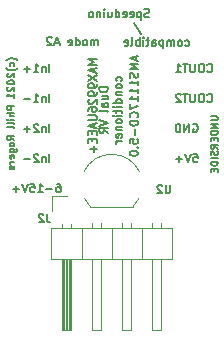
<source format=gbo>
G04 #@! TF.GenerationSoftware,KiCad,Pcbnew,(5.1.6-0-10_14)*
G04 #@! TF.CreationDate,2021-08-16T11:45:39+01:00*
G04 #@! TF.ProjectId,VR-Conditioner-MAX9926+reg,56522d43-6f6e-4646-9974-696f6e65722d,3.7*
G04 #@! TF.SameCoordinates,PX68c4118PY713e7a8*
G04 #@! TF.FileFunction,Legend,Bot*
G04 #@! TF.FilePolarity,Positive*
%FSLAX46Y46*%
G04 Gerber Fmt 4.6, Leading zero omitted, Abs format (unit mm)*
G04 Created by KiCad (PCBNEW (5.1.6-0-10_14)) date 2021-08-16 11:45:39*
%MOMM*%
%LPD*%
G01*
G04 APERTURE LIST*
%ADD10C,0.150000*%
%ADD11C,0.120000*%
G04 APERTURE END LIST*
D10*
X11516230Y18467286D02*
X11516230Y18933952D01*
X11516230Y18867286D02*
X11482897Y18900619D01*
X11416230Y18933952D01*
X11316230Y18933952D01*
X11249563Y18900619D01*
X11216230Y18833952D01*
X11216230Y18467286D01*
X11216230Y18833952D02*
X11182897Y18900619D01*
X11116230Y18933952D01*
X11016230Y18933952D01*
X10949563Y18900619D01*
X10916230Y18833952D01*
X10916230Y18467286D01*
X10482897Y18467286D02*
X10549563Y18500619D01*
X10582897Y18533952D01*
X10616230Y18600619D01*
X10616230Y18800619D01*
X10582897Y18867286D01*
X10549563Y18900619D01*
X10482897Y18933952D01*
X10382897Y18933952D01*
X10316230Y18900619D01*
X10282897Y18867286D01*
X10249563Y18800619D01*
X10249563Y18600619D01*
X10282897Y18533952D01*
X10316230Y18500619D01*
X10382897Y18467286D01*
X10482897Y18467286D01*
X9649563Y18467286D02*
X9649563Y19167286D01*
X9649563Y18500619D02*
X9716230Y18467286D01*
X9849563Y18467286D01*
X9916230Y18500619D01*
X9949563Y18533952D01*
X9982897Y18600619D01*
X9982897Y18800619D01*
X9949563Y18867286D01*
X9916230Y18900619D01*
X9849563Y18933952D01*
X9716230Y18933952D01*
X9649563Y18900619D01*
X9049563Y18500619D02*
X9116230Y18467286D01*
X9249563Y18467286D01*
X9316230Y18500619D01*
X9349563Y18567286D01*
X9349563Y18833952D01*
X9316230Y18900619D01*
X9249563Y18933952D01*
X9116230Y18933952D01*
X9049563Y18900619D01*
X9016230Y18833952D01*
X9016230Y18767286D01*
X9349563Y18700619D01*
X8216230Y18667286D02*
X7882897Y18667286D01*
X8282897Y18467286D02*
X8049563Y19167286D01*
X7816230Y18467286D01*
X7616230Y19100619D02*
X7582897Y19133952D01*
X7516230Y19167286D01*
X7349563Y19167286D01*
X7282897Y19133952D01*
X7249563Y19100619D01*
X7216230Y19033952D01*
X7216230Y18967286D01*
X7249563Y18867286D01*
X7649563Y18467286D01*
X7216230Y18467286D01*
X15860000Y20866667D02*
X15760000Y20833334D01*
X15593333Y20833334D01*
X15526666Y20866667D01*
X15493333Y20900000D01*
X15460000Y20966667D01*
X15460000Y21033334D01*
X15493333Y21100000D01*
X15526666Y21133334D01*
X15593333Y21166667D01*
X15726666Y21200000D01*
X15793333Y21233334D01*
X15826666Y21266667D01*
X15860000Y21333334D01*
X15860000Y21400000D01*
X15826666Y21466667D01*
X15793333Y21500000D01*
X15726666Y21533334D01*
X15560000Y21533334D01*
X15460000Y21500000D01*
X15160000Y21300000D02*
X15160000Y20600000D01*
X15160000Y21266667D02*
X15093333Y21300000D01*
X14960000Y21300000D01*
X14893333Y21266667D01*
X14860000Y21233334D01*
X14826666Y21166667D01*
X14826666Y20966667D01*
X14860000Y20900000D01*
X14893333Y20866667D01*
X14960000Y20833334D01*
X15093333Y20833334D01*
X15160000Y20866667D01*
X14260000Y20866667D02*
X14326666Y20833334D01*
X14460000Y20833334D01*
X14526666Y20866667D01*
X14560000Y20933334D01*
X14560000Y21200000D01*
X14526666Y21266667D01*
X14460000Y21300000D01*
X14326666Y21300000D01*
X14260000Y21266667D01*
X14226666Y21200000D01*
X14226666Y21133334D01*
X14560000Y21066667D01*
X13660000Y20866667D02*
X13726666Y20833334D01*
X13860000Y20833334D01*
X13926666Y20866667D01*
X13960000Y20933334D01*
X13960000Y21200000D01*
X13926666Y21266667D01*
X13860000Y21300000D01*
X13726666Y21300000D01*
X13660000Y21266667D01*
X13626666Y21200000D01*
X13626666Y21133334D01*
X13960000Y21066667D01*
X13026666Y20833334D02*
X13026666Y21533334D01*
X13026666Y20866667D02*
X13093333Y20833334D01*
X13226666Y20833334D01*
X13293333Y20866667D01*
X13326666Y20900000D01*
X13360000Y20966667D01*
X13360000Y21166667D01*
X13326666Y21233334D01*
X13293333Y21266667D01*
X13226666Y21300000D01*
X13093333Y21300000D01*
X13026666Y21266667D01*
X12393333Y21300000D02*
X12393333Y20833334D01*
X12693333Y21300000D02*
X12693333Y20933334D01*
X12660000Y20866667D01*
X12593333Y20833334D01*
X12493333Y20833334D01*
X12426666Y20866667D01*
X12393333Y20900000D01*
X12060000Y20833334D02*
X12060000Y21300000D01*
X12060000Y21533334D02*
X12093333Y21500000D01*
X12060000Y21466667D01*
X12026666Y21500000D01*
X12060000Y21533334D01*
X12060000Y21466667D01*
X11726666Y21300000D02*
X11726666Y20833334D01*
X11726666Y21233334D02*
X11693333Y21266667D01*
X11626666Y21300000D01*
X11526666Y21300000D01*
X11460000Y21266667D01*
X11426666Y21200000D01*
X11426666Y20833334D01*
X10993333Y20833334D02*
X11060000Y20866667D01*
X11093333Y20900000D01*
X11126666Y20966667D01*
X11126666Y21166667D01*
X11093333Y21233334D01*
X11060000Y21266667D01*
X10993333Y21300000D01*
X10893333Y21300000D01*
X10826666Y21266667D01*
X10793333Y21233334D01*
X10760000Y21166667D01*
X10760000Y20966667D01*
X10793333Y20900000D01*
X10826666Y20866667D01*
X10893333Y20833334D01*
X10993333Y20833334D01*
X14610000Y20366667D02*
X15210000Y19466667D01*
X18926666Y18466667D02*
X18993333Y18433334D01*
X19126666Y18433334D01*
X19193333Y18466667D01*
X19226666Y18500000D01*
X19260000Y18566667D01*
X19260000Y18766667D01*
X19226666Y18833334D01*
X19193333Y18866667D01*
X19126666Y18900000D01*
X18993333Y18900000D01*
X18926666Y18866667D01*
X18526666Y18433334D02*
X18593333Y18466667D01*
X18626666Y18500000D01*
X18660000Y18566667D01*
X18660000Y18766667D01*
X18626666Y18833334D01*
X18593333Y18866667D01*
X18526666Y18900000D01*
X18426666Y18900000D01*
X18360000Y18866667D01*
X18326666Y18833334D01*
X18293333Y18766667D01*
X18293333Y18566667D01*
X18326666Y18500000D01*
X18360000Y18466667D01*
X18426666Y18433334D01*
X18526666Y18433334D01*
X17993333Y18433334D02*
X17993333Y18900000D01*
X17993333Y18833334D02*
X17960000Y18866667D01*
X17893333Y18900000D01*
X17793333Y18900000D01*
X17726666Y18866667D01*
X17693333Y18800000D01*
X17693333Y18433334D01*
X17693333Y18800000D02*
X17660000Y18866667D01*
X17593333Y18900000D01*
X17493333Y18900000D01*
X17426666Y18866667D01*
X17393333Y18800000D01*
X17393333Y18433334D01*
X17060000Y18900000D02*
X17060000Y18200000D01*
X17060000Y18866667D02*
X16993333Y18900000D01*
X16860000Y18900000D01*
X16793333Y18866667D01*
X16760000Y18833334D01*
X16726666Y18766667D01*
X16726666Y18566667D01*
X16760000Y18500000D01*
X16793333Y18466667D01*
X16860000Y18433334D01*
X16993333Y18433334D01*
X17060000Y18466667D01*
X16126666Y18433334D02*
X16126666Y18800000D01*
X16160000Y18866667D01*
X16226666Y18900000D01*
X16360000Y18900000D01*
X16426666Y18866667D01*
X16126666Y18466667D02*
X16193333Y18433334D01*
X16360000Y18433334D01*
X16426666Y18466667D01*
X16460000Y18533334D01*
X16460000Y18600000D01*
X16426666Y18666667D01*
X16360000Y18700000D01*
X16193333Y18700000D01*
X16126666Y18733334D01*
X15893333Y18900000D02*
X15626666Y18900000D01*
X15793333Y19133334D02*
X15793333Y18533334D01*
X15760000Y18466667D01*
X15693333Y18433334D01*
X15626666Y18433334D01*
X15393333Y18433334D02*
X15393333Y18900000D01*
X15393333Y19133334D02*
X15426666Y19100000D01*
X15393333Y19066667D01*
X15360000Y19100000D01*
X15393333Y19133334D01*
X15393333Y19066667D01*
X15060000Y18433334D02*
X15060000Y19133334D01*
X15060000Y18866667D02*
X14993333Y18900000D01*
X14860000Y18900000D01*
X14793333Y18866667D01*
X14760000Y18833334D01*
X14726666Y18766667D01*
X14726666Y18566667D01*
X14760000Y18500000D01*
X14793333Y18466667D01*
X14860000Y18433334D01*
X14993333Y18433334D01*
X15060000Y18466667D01*
X14326666Y18433334D02*
X14393333Y18466667D01*
X14426666Y18533334D01*
X14426666Y19133334D01*
X13793333Y18466667D02*
X13860000Y18433334D01*
X13993333Y18433334D01*
X14060000Y18466667D01*
X14093333Y18533334D01*
X14093333Y18800000D01*
X14060000Y18866667D01*
X13993333Y18900000D01*
X13860000Y18900000D01*
X13793333Y18866667D01*
X13760000Y18800000D01*
X13760000Y18733334D01*
X14093333Y18666667D01*
X21069776Y12466557D02*
X21555490Y12466557D01*
X21612633Y12437986D01*
X21641205Y12409414D01*
X21669776Y12352272D01*
X21669776Y12237986D01*
X21641205Y12180843D01*
X21612633Y12152272D01*
X21555490Y12123700D01*
X21069776Y12123700D01*
X21669776Y11837986D02*
X21069776Y11837986D01*
X21669776Y11495129D01*
X21069776Y11495129D01*
X21669776Y11209414D02*
X21069776Y11209414D01*
X21069776Y11066557D01*
X21098348Y10980843D01*
X21155490Y10923700D01*
X21212633Y10895129D01*
X21326919Y10866557D01*
X21412633Y10866557D01*
X21526919Y10895129D01*
X21584062Y10923700D01*
X21641205Y10980843D01*
X21669776Y11066557D01*
X21669776Y11209414D01*
X21355490Y10609414D02*
X21355490Y10409414D01*
X21669776Y10323700D02*
X21669776Y10609414D01*
X21069776Y10609414D01*
X21069776Y10323700D01*
X21669776Y9723700D02*
X21384062Y9923700D01*
X21669776Y10066557D02*
X21069776Y10066557D01*
X21069776Y9837986D01*
X21098348Y9780843D01*
X21126919Y9752272D01*
X21184062Y9723700D01*
X21269776Y9723700D01*
X21326919Y9752272D01*
X21355490Y9780843D01*
X21384062Y9837986D01*
X21384062Y10066557D01*
X21641205Y9495129D02*
X21669776Y9409414D01*
X21669776Y9266557D01*
X21641205Y9209414D01*
X21612633Y9180843D01*
X21555490Y9152272D01*
X21498348Y9152272D01*
X21441205Y9180843D01*
X21412633Y9209414D01*
X21384062Y9266557D01*
X21355490Y9380843D01*
X21326919Y9437986D01*
X21298348Y9466557D01*
X21241205Y9495129D01*
X21184062Y9495129D01*
X21126919Y9466557D01*
X21098348Y9437986D01*
X21069776Y9380843D01*
X21069776Y9237986D01*
X21098348Y9152272D01*
X21669776Y8895129D02*
X21069776Y8895129D01*
X21669776Y8609414D02*
X21069776Y8609414D01*
X21069776Y8466557D01*
X21098348Y8380843D01*
X21155490Y8323700D01*
X21212633Y8295129D01*
X21326919Y8266557D01*
X21412633Y8266557D01*
X21526919Y8295129D01*
X21584062Y8323700D01*
X21641205Y8380843D01*
X21669776Y8466557D01*
X21669776Y8609414D01*
X21355490Y8009414D02*
X21355490Y7809414D01*
X21669776Y7723700D02*
X21669776Y8009414D01*
X21069776Y8009414D01*
X21069776Y7723700D01*
X4685000Y17200000D02*
X4656428Y17228572D01*
X4570714Y17285715D01*
X4513571Y17314286D01*
X4427857Y17342858D01*
X4285000Y17371429D01*
X4170714Y17371429D01*
X4027857Y17342858D01*
X3942142Y17314286D01*
X3885000Y17285715D01*
X3799285Y17228572D01*
X3770714Y17200000D01*
X4427857Y16714286D02*
X4456428Y16771429D01*
X4456428Y16885715D01*
X4427857Y16942858D01*
X4399285Y16971429D01*
X4342142Y17000000D01*
X4170714Y17000000D01*
X4113571Y16971429D01*
X4085000Y16942858D01*
X4056428Y16885715D01*
X4056428Y16771429D01*
X4085000Y16714286D01*
X4685000Y16514286D02*
X4656428Y16485715D01*
X4570714Y16428572D01*
X4513571Y16400000D01*
X4427857Y16371429D01*
X4285000Y16342858D01*
X4170714Y16342858D01*
X4027857Y16371429D01*
X3942142Y16400000D01*
X3885000Y16428572D01*
X3799285Y16485715D01*
X3770714Y16514286D01*
X3913571Y16085715D02*
X3885000Y16057143D01*
X3856428Y16000000D01*
X3856428Y15857143D01*
X3885000Y15800000D01*
X3913571Y15771429D01*
X3970714Y15742858D01*
X4027857Y15742858D01*
X4113571Y15771429D01*
X4456428Y16114286D01*
X4456428Y15742858D01*
X3856428Y15371429D02*
X3856428Y15314286D01*
X3885000Y15257143D01*
X3913571Y15228572D01*
X3970714Y15200000D01*
X4085000Y15171429D01*
X4227857Y15171429D01*
X4342142Y15200000D01*
X4399285Y15228572D01*
X4427857Y15257143D01*
X4456428Y15314286D01*
X4456428Y15371429D01*
X4427857Y15428572D01*
X4399285Y15457143D01*
X4342142Y15485715D01*
X4227857Y15514286D01*
X4085000Y15514286D01*
X3970714Y15485715D01*
X3913571Y15457143D01*
X3885000Y15428572D01*
X3856428Y15371429D01*
X3913571Y14942858D02*
X3885000Y14914286D01*
X3856428Y14857143D01*
X3856428Y14714286D01*
X3885000Y14657143D01*
X3913571Y14628572D01*
X3970714Y14600000D01*
X4027857Y14600000D01*
X4113571Y14628572D01*
X4456428Y14971429D01*
X4456428Y14600000D01*
X4456428Y14028572D02*
X4456428Y14371429D01*
X4456428Y14200000D02*
X3856428Y14200000D01*
X3942142Y14257143D01*
X3999285Y14314286D01*
X4027857Y14371429D01*
X4456428Y13314286D02*
X3856428Y13314286D01*
X3856428Y13085715D01*
X3885000Y13028572D01*
X3913571Y13000000D01*
X3970714Y12971429D01*
X4056428Y12971429D01*
X4113571Y13000000D01*
X4142142Y13028572D01*
X4170714Y13085715D01*
X4170714Y13314286D01*
X4456428Y12714286D02*
X3856428Y12714286D01*
X4456428Y12457143D02*
X4142142Y12457143D01*
X4085000Y12485715D01*
X4056428Y12542858D01*
X4056428Y12628572D01*
X4085000Y12685715D01*
X4113571Y12714286D01*
X4456428Y12171429D02*
X4056428Y12171429D01*
X3856428Y12171429D02*
X3885000Y12200000D01*
X3913571Y12171429D01*
X3885000Y12142858D01*
X3856428Y12171429D01*
X3913571Y12171429D01*
X4456428Y11800000D02*
X4427857Y11857143D01*
X4370714Y11885715D01*
X3856428Y11885715D01*
X4456428Y11485715D02*
X4427857Y11542858D01*
X4370714Y11571429D01*
X3856428Y11571429D01*
X4456428Y10457143D02*
X4170714Y10657143D01*
X4456428Y10800000D02*
X3856428Y10800000D01*
X3856428Y10571429D01*
X3885000Y10514286D01*
X3913571Y10485715D01*
X3970714Y10457143D01*
X4056428Y10457143D01*
X4113571Y10485715D01*
X4142142Y10514286D01*
X4170714Y10571429D01*
X4170714Y10800000D01*
X4456428Y10114286D02*
X4427857Y10171429D01*
X4399285Y10200000D01*
X4342142Y10228572D01*
X4170714Y10228572D01*
X4113571Y10200000D01*
X4085000Y10171429D01*
X4056428Y10114286D01*
X4056428Y10028572D01*
X4085000Y9971429D01*
X4113571Y9942858D01*
X4170714Y9914286D01*
X4342142Y9914286D01*
X4399285Y9942858D01*
X4427857Y9971429D01*
X4456428Y10028572D01*
X4456428Y10114286D01*
X4056428Y9400000D02*
X4542142Y9400000D01*
X4599285Y9428572D01*
X4627857Y9457143D01*
X4656428Y9514286D01*
X4656428Y9600000D01*
X4627857Y9657143D01*
X4427857Y9400000D02*
X4456428Y9457143D01*
X4456428Y9571429D01*
X4427857Y9628572D01*
X4399285Y9657143D01*
X4342142Y9685715D01*
X4170714Y9685715D01*
X4113571Y9657143D01*
X4085000Y9628572D01*
X4056428Y9571429D01*
X4056428Y9457143D01*
X4085000Y9400000D01*
X4427857Y8885715D02*
X4456428Y8942858D01*
X4456428Y9057143D01*
X4427857Y9114286D01*
X4370714Y9142858D01*
X4142142Y9142858D01*
X4085000Y9114286D01*
X4056428Y9057143D01*
X4056428Y8942858D01*
X4085000Y8885715D01*
X4142142Y8857143D01*
X4199285Y8857143D01*
X4256428Y9142858D01*
X4456428Y8600000D02*
X4056428Y8600000D01*
X4170714Y8600000D02*
X4113571Y8571429D01*
X4085000Y8542858D01*
X4056428Y8485715D01*
X4056428Y8428572D01*
X4427857Y8257143D02*
X4456428Y8200000D01*
X4456428Y8085715D01*
X4427857Y8028572D01*
X4370714Y8000000D01*
X4342142Y8000000D01*
X4285000Y8028572D01*
X4256428Y8085715D01*
X4256428Y8171429D01*
X4227857Y8228572D01*
X4170714Y8257143D01*
X4142142Y8257143D01*
X4085000Y8228572D01*
X4056428Y8171429D01*
X4056428Y8085715D01*
X4085000Y8028572D01*
X14721666Y17535000D02*
X14721666Y17201667D01*
X14921666Y17601667D02*
X14221666Y17368334D01*
X14921666Y17135000D01*
X14921666Y16901667D02*
X14221666Y16901667D01*
X14721666Y16668334D01*
X14221666Y16435000D01*
X14921666Y16435000D01*
X14888333Y16135000D02*
X14921666Y16035000D01*
X14921666Y15868334D01*
X14888333Y15801667D01*
X14855000Y15768334D01*
X14788333Y15735000D01*
X14721666Y15735000D01*
X14655000Y15768334D01*
X14621666Y15801667D01*
X14588333Y15868334D01*
X14555000Y16001667D01*
X14521666Y16068334D01*
X14488333Y16101667D01*
X14421666Y16135000D01*
X14355000Y16135000D01*
X14288333Y16101667D01*
X14255000Y16068334D01*
X14221666Y16001667D01*
X14221666Y15835000D01*
X14255000Y15735000D01*
X14921666Y15068334D02*
X14921666Y15468334D01*
X14921666Y15268334D02*
X14221666Y15268334D01*
X14321666Y15335000D01*
X14388333Y15401667D01*
X14421666Y15468334D01*
X14921666Y14401667D02*
X14921666Y14801667D01*
X14921666Y14601667D02*
X14221666Y14601667D01*
X14321666Y14668334D01*
X14388333Y14735000D01*
X14421666Y14801667D01*
X14921666Y13735000D02*
X14921666Y14135000D01*
X14921666Y13935000D02*
X14221666Y13935000D01*
X14321666Y14001667D01*
X14388333Y14068334D01*
X14421666Y14135000D01*
X14221666Y13501667D02*
X14221666Y13035000D01*
X14921666Y13335000D01*
X14855000Y12368334D02*
X14888333Y12401667D01*
X14921666Y12501667D01*
X14921666Y12568334D01*
X14888333Y12668334D01*
X14821666Y12735000D01*
X14755000Y12768334D01*
X14621666Y12801667D01*
X14521666Y12801667D01*
X14388333Y12768334D01*
X14321666Y12735000D01*
X14255000Y12668334D01*
X14221666Y12568334D01*
X14221666Y12501667D01*
X14255000Y12401667D01*
X14288333Y12368334D01*
X14921666Y12068334D02*
X14221666Y12068334D01*
X14221666Y11901667D01*
X14255000Y11801667D01*
X14321666Y11735000D01*
X14388333Y11701667D01*
X14521666Y11668334D01*
X14621666Y11668334D01*
X14755000Y11701667D01*
X14821666Y11735000D01*
X14888333Y11801667D01*
X14921666Y11901667D01*
X14921666Y12068334D01*
X14655000Y11368334D02*
X14655000Y10835000D01*
X14221666Y10168334D02*
X14221666Y10501667D01*
X14555000Y10535000D01*
X14521666Y10501667D01*
X14488333Y10435000D01*
X14488333Y10268334D01*
X14521666Y10201667D01*
X14555000Y10168334D01*
X14621666Y10135000D01*
X14788333Y10135000D01*
X14855000Y10168334D01*
X14888333Y10201667D01*
X14921666Y10268334D01*
X14921666Y10435000D01*
X14888333Y10501667D01*
X14855000Y10535000D01*
X14855000Y9835000D02*
X14888333Y9801667D01*
X14921666Y9835000D01*
X14888333Y9868334D01*
X14855000Y9835000D01*
X14921666Y9835000D01*
X14221666Y9368334D02*
X14221666Y9301667D01*
X14255000Y9235000D01*
X14288333Y9201667D01*
X14355000Y9168334D01*
X14488333Y9135000D01*
X14655000Y9135000D01*
X14788333Y9168334D01*
X14855000Y9201667D01*
X14888333Y9235000D01*
X14921666Y9301667D01*
X14921666Y9368334D01*
X14888333Y9435000D01*
X14855000Y9468334D01*
X14788333Y9501667D01*
X14655000Y9535000D01*
X14488333Y9535000D01*
X14355000Y9501667D01*
X14288333Y9468334D01*
X14255000Y9435000D01*
X14221666Y9368334D01*
X12346272Y14906986D02*
X11646272Y14906986D01*
X11646272Y14740319D01*
X11679606Y14640319D01*
X11746272Y14573653D01*
X11812939Y14540319D01*
X11946272Y14506986D01*
X12046272Y14506986D01*
X12179606Y14540319D01*
X12246272Y14573653D01*
X12312939Y14640319D01*
X12346272Y14740319D01*
X12346272Y14906986D01*
X11879606Y13906986D02*
X12346272Y13906986D01*
X11879606Y14206986D02*
X12246272Y14206986D01*
X12312939Y14173653D01*
X12346272Y14106986D01*
X12346272Y14006986D01*
X12312939Y13940319D01*
X12279606Y13906986D01*
X12346272Y13273653D02*
X11979606Y13273653D01*
X11912939Y13306986D01*
X11879606Y13373653D01*
X11879606Y13506986D01*
X11912939Y13573653D01*
X12312939Y13273653D02*
X12346272Y13340319D01*
X12346272Y13506986D01*
X12312939Y13573653D01*
X12246272Y13606986D01*
X12179606Y13606986D01*
X12112939Y13573653D01*
X12079606Y13506986D01*
X12079606Y13340319D01*
X12046272Y13273653D01*
X12346272Y12840319D02*
X12312939Y12906986D01*
X12246272Y12940319D01*
X11646272Y12940319D01*
X11646272Y12140319D02*
X12346272Y11906986D01*
X11646272Y11673653D01*
X12346272Y11040319D02*
X12012939Y11273653D01*
X12346272Y11440319D02*
X11646272Y11440319D01*
X11646272Y11173653D01*
X11679606Y11106986D01*
X11712939Y11073653D01*
X11779606Y11040319D01*
X11879606Y11040319D01*
X11946272Y11073653D01*
X11979606Y11106986D01*
X12012939Y11173653D01*
X12012939Y11440319D01*
X13512939Y15456986D02*
X13546272Y15523653D01*
X13546272Y15656986D01*
X13512939Y15723653D01*
X13479606Y15756986D01*
X13412939Y15790319D01*
X13212939Y15790319D01*
X13146272Y15756986D01*
X13112939Y15723653D01*
X13079606Y15656986D01*
X13079606Y15523653D01*
X13112939Y15456986D01*
X13546272Y15056986D02*
X13512939Y15123653D01*
X13479606Y15156986D01*
X13412939Y15190319D01*
X13212939Y15190319D01*
X13146272Y15156986D01*
X13112939Y15123653D01*
X13079606Y15056986D01*
X13079606Y14956986D01*
X13112939Y14890319D01*
X13146272Y14856986D01*
X13212939Y14823653D01*
X13412939Y14823653D01*
X13479606Y14856986D01*
X13512939Y14890319D01*
X13546272Y14956986D01*
X13546272Y15056986D01*
X13079606Y14523653D02*
X13546272Y14523653D01*
X13146272Y14523653D02*
X13112939Y14490319D01*
X13079606Y14423653D01*
X13079606Y14323653D01*
X13112939Y14256986D01*
X13179606Y14223653D01*
X13546272Y14223653D01*
X13546272Y13590319D02*
X12846272Y13590319D01*
X13512939Y13590319D02*
X13546272Y13656986D01*
X13546272Y13790319D01*
X13512939Y13856986D01*
X13479606Y13890319D01*
X13412939Y13923653D01*
X13212939Y13923653D01*
X13146272Y13890319D01*
X13112939Y13856986D01*
X13079606Y13790319D01*
X13079606Y13656986D01*
X13112939Y13590319D01*
X13546272Y13256986D02*
X13079606Y13256986D01*
X12846272Y13256986D02*
X12879606Y13290319D01*
X12912939Y13256986D01*
X12879606Y13223653D01*
X12846272Y13256986D01*
X12912939Y13256986D01*
X13079606Y13023653D02*
X13079606Y12756986D01*
X12846272Y12923653D02*
X13446272Y12923653D01*
X13512939Y12890319D01*
X13546272Y12823653D01*
X13546272Y12756986D01*
X13546272Y12523653D02*
X13079606Y12523653D01*
X12846272Y12523653D02*
X12879606Y12556986D01*
X12912939Y12523653D01*
X12879606Y12490319D01*
X12846272Y12523653D01*
X12912939Y12523653D01*
X13546272Y12090319D02*
X13512939Y12156986D01*
X13479606Y12190319D01*
X13412939Y12223653D01*
X13212939Y12223653D01*
X13146272Y12190319D01*
X13112939Y12156986D01*
X13079606Y12090319D01*
X13079606Y11990319D01*
X13112939Y11923653D01*
X13146272Y11890319D01*
X13212939Y11856986D01*
X13412939Y11856986D01*
X13479606Y11890319D01*
X13512939Y11923653D01*
X13546272Y11990319D01*
X13546272Y12090319D01*
X13079606Y11556986D02*
X13546272Y11556986D01*
X13146272Y11556986D02*
X13112939Y11523653D01*
X13079606Y11456986D01*
X13079606Y11356986D01*
X13112939Y11290319D01*
X13179606Y11256986D01*
X13546272Y11256986D01*
X13512939Y10656986D02*
X13546272Y10723653D01*
X13546272Y10856986D01*
X13512939Y10923653D01*
X13446272Y10956986D01*
X13179606Y10956986D01*
X13112939Y10923653D01*
X13079606Y10856986D01*
X13079606Y10723653D01*
X13112939Y10656986D01*
X13179606Y10623653D01*
X13246272Y10623653D01*
X13312939Y10956986D01*
X13546272Y10323653D02*
X13079606Y10323653D01*
X13212939Y10323653D02*
X13146272Y10290319D01*
X13112939Y10256986D01*
X13079606Y10190319D01*
X13079606Y10123653D01*
X8050000Y6733334D02*
X8183333Y6733334D01*
X8250000Y6700000D01*
X8283333Y6666667D01*
X8350000Y6566667D01*
X8383333Y6433334D01*
X8383333Y6166667D01*
X8350000Y6100000D01*
X8316666Y6066667D01*
X8250000Y6033334D01*
X8116666Y6033334D01*
X8050000Y6066667D01*
X8016666Y6100000D01*
X7983333Y6166667D01*
X7983333Y6333334D01*
X8016666Y6400000D01*
X8050000Y6433334D01*
X8116666Y6466667D01*
X8250000Y6466667D01*
X8316666Y6433334D01*
X8350000Y6400000D01*
X8383333Y6333334D01*
X7683333Y6300000D02*
X7150000Y6300000D01*
X6450000Y6033334D02*
X6850000Y6033334D01*
X6650000Y6033334D02*
X6650000Y6733334D01*
X6716666Y6633334D01*
X6783333Y6566667D01*
X6850000Y6533334D01*
X5816666Y6733334D02*
X6150000Y6733334D01*
X6183333Y6400000D01*
X6150000Y6433334D01*
X6083333Y6466667D01*
X5916666Y6466667D01*
X5850000Y6433334D01*
X5816666Y6400000D01*
X5783333Y6333334D01*
X5783333Y6166667D01*
X5816666Y6100000D01*
X5850000Y6066667D01*
X5916666Y6033334D01*
X6083333Y6033334D01*
X6150000Y6066667D01*
X6183333Y6100000D01*
X5583333Y6733334D02*
X5350000Y6033334D01*
X5116666Y6733334D01*
X4883333Y6300000D02*
X4350000Y6300000D01*
X4616666Y6033334D02*
X4616666Y6566667D01*
X7433333Y8573334D02*
X7433333Y9273334D01*
X7100000Y9040000D02*
X7100000Y8573334D01*
X7100000Y8973334D02*
X7066666Y9006667D01*
X7000000Y9040000D01*
X6900000Y9040000D01*
X6833333Y9006667D01*
X6800000Y8940000D01*
X6800000Y8573334D01*
X6500000Y9206667D02*
X6466666Y9240000D01*
X6400000Y9273334D01*
X6233333Y9273334D01*
X6166666Y9240000D01*
X6133333Y9206667D01*
X6100000Y9140000D01*
X6100000Y9073334D01*
X6133333Y8973334D01*
X6533333Y8573334D01*
X6100000Y8573334D01*
X5800000Y8840000D02*
X5266666Y8840000D01*
X7433333Y11113334D02*
X7433333Y11813334D01*
X7100000Y11580000D02*
X7100000Y11113334D01*
X7100000Y11513334D02*
X7066666Y11546667D01*
X7000000Y11580000D01*
X6900000Y11580000D01*
X6833333Y11546667D01*
X6800000Y11480000D01*
X6800000Y11113334D01*
X6500000Y11746667D02*
X6466666Y11780000D01*
X6400000Y11813334D01*
X6233333Y11813334D01*
X6166666Y11780000D01*
X6133333Y11746667D01*
X6100000Y11680000D01*
X6100000Y11613334D01*
X6133333Y11513334D01*
X6533333Y11113334D01*
X6100000Y11113334D01*
X5800000Y11380000D02*
X5266666Y11380000D01*
X5533333Y11113334D02*
X5533333Y11646667D01*
X7433333Y13653334D02*
X7433333Y14353334D01*
X7100000Y14120000D02*
X7100000Y13653334D01*
X7100000Y14053334D02*
X7066666Y14086667D01*
X7000000Y14120000D01*
X6900000Y14120000D01*
X6833333Y14086667D01*
X6800000Y14020000D01*
X6800000Y13653334D01*
X6100000Y13653334D02*
X6500000Y13653334D01*
X6300000Y13653334D02*
X6300000Y14353334D01*
X6366666Y14253334D01*
X6433333Y14186667D01*
X6500000Y14153334D01*
X5800000Y13920000D02*
X5266666Y13920000D01*
X7433333Y16193334D02*
X7433333Y16893334D01*
X7100000Y16660000D02*
X7100000Y16193334D01*
X7100000Y16593334D02*
X7066666Y16626667D01*
X7000000Y16660000D01*
X6900000Y16660000D01*
X6833333Y16626667D01*
X6800000Y16560000D01*
X6800000Y16193334D01*
X6100000Y16193334D02*
X6500000Y16193334D01*
X6300000Y16193334D02*
X6300000Y16893334D01*
X6366666Y16793334D01*
X6433333Y16726667D01*
X6500000Y16693334D01*
X5800000Y16460000D02*
X5266666Y16460000D01*
X5533333Y16193334D02*
X5533333Y16726667D01*
X19616666Y9273334D02*
X19950000Y9273334D01*
X19983333Y8940000D01*
X19950000Y8973334D01*
X19883333Y9006667D01*
X19716666Y9006667D01*
X19650000Y8973334D01*
X19616666Y8940000D01*
X19583333Y8873334D01*
X19583333Y8706667D01*
X19616666Y8640000D01*
X19650000Y8606667D01*
X19716666Y8573334D01*
X19883333Y8573334D01*
X19950000Y8606667D01*
X19983333Y8640000D01*
X19383333Y9273334D02*
X19150000Y8573334D01*
X18916666Y9273334D01*
X18683333Y8840000D02*
X18150000Y8840000D01*
X18416666Y8573334D02*
X18416666Y9106667D01*
X19583333Y11780000D02*
X19650000Y11813334D01*
X19750000Y11813334D01*
X19850000Y11780000D01*
X19916666Y11713334D01*
X19950000Y11646667D01*
X19983333Y11513334D01*
X19983333Y11413334D01*
X19950000Y11280000D01*
X19916666Y11213334D01*
X19850000Y11146667D01*
X19750000Y11113334D01*
X19683333Y11113334D01*
X19583333Y11146667D01*
X19550000Y11180000D01*
X19550000Y11413334D01*
X19683333Y11413334D01*
X19250000Y11113334D02*
X19250000Y11813334D01*
X18850000Y11113334D01*
X18850000Y11813334D01*
X18516666Y11113334D02*
X18516666Y11813334D01*
X18350000Y11813334D01*
X18250000Y11780000D01*
X18183333Y11713334D01*
X18150000Y11646667D01*
X18116666Y11513334D01*
X18116666Y11413334D01*
X18150000Y11280000D01*
X18183333Y11213334D01*
X18250000Y11146667D01*
X18350000Y11113334D01*
X18516666Y11113334D01*
X20801666Y13720000D02*
X20835000Y13686667D01*
X20935000Y13653334D01*
X21001666Y13653334D01*
X21101666Y13686667D01*
X21168333Y13753334D01*
X21201666Y13820000D01*
X21235000Y13953334D01*
X21235000Y14053334D01*
X21201666Y14186667D01*
X21168333Y14253334D01*
X21101666Y14320000D01*
X21001666Y14353334D01*
X20935000Y14353334D01*
X20835000Y14320000D01*
X20801666Y14286667D01*
X20368333Y14353334D02*
X20235000Y14353334D01*
X20168333Y14320000D01*
X20101666Y14253334D01*
X20068333Y14120000D01*
X20068333Y13886667D01*
X20101666Y13753334D01*
X20168333Y13686667D01*
X20235000Y13653334D01*
X20368333Y13653334D01*
X20435000Y13686667D01*
X20501666Y13753334D01*
X20535000Y13886667D01*
X20535000Y14120000D01*
X20501666Y14253334D01*
X20435000Y14320000D01*
X20368333Y14353334D01*
X19768333Y14353334D02*
X19768333Y13786667D01*
X19735000Y13720000D01*
X19701666Y13686667D01*
X19635000Y13653334D01*
X19501666Y13653334D01*
X19435000Y13686667D01*
X19401666Y13720000D01*
X19368333Y13786667D01*
X19368333Y14353334D01*
X19135000Y14353334D02*
X18735000Y14353334D01*
X18935000Y13653334D02*
X18935000Y14353334D01*
X18535000Y14286667D02*
X18501666Y14320000D01*
X18435000Y14353334D01*
X18268333Y14353334D01*
X18201666Y14320000D01*
X18168333Y14286667D01*
X18135000Y14220000D01*
X18135000Y14153334D01*
X18168333Y14053334D01*
X18568333Y13653334D01*
X18135000Y13653334D01*
X20801666Y16260000D02*
X20835000Y16226667D01*
X20935000Y16193334D01*
X21001666Y16193334D01*
X21101666Y16226667D01*
X21168333Y16293334D01*
X21201666Y16360000D01*
X21235000Y16493334D01*
X21235000Y16593334D01*
X21201666Y16726667D01*
X21168333Y16793334D01*
X21101666Y16860000D01*
X21001666Y16893334D01*
X20935000Y16893334D01*
X20835000Y16860000D01*
X20801666Y16826667D01*
X20368333Y16893334D02*
X20235000Y16893334D01*
X20168333Y16860000D01*
X20101666Y16793334D01*
X20068333Y16660000D01*
X20068333Y16426667D01*
X20101666Y16293334D01*
X20168333Y16226667D01*
X20235000Y16193334D01*
X20368333Y16193334D01*
X20435000Y16226667D01*
X20501666Y16293334D01*
X20535000Y16426667D01*
X20535000Y16660000D01*
X20501666Y16793334D01*
X20435000Y16860000D01*
X20368333Y16893334D01*
X19768333Y16893334D02*
X19768333Y16326667D01*
X19735000Y16260000D01*
X19701666Y16226667D01*
X19635000Y16193334D01*
X19501666Y16193334D01*
X19435000Y16226667D01*
X19401666Y16260000D01*
X19368333Y16326667D01*
X19368333Y16893334D01*
X19135000Y16893334D02*
X18735000Y16893334D01*
X18935000Y16193334D02*
X18935000Y16893334D01*
X18135000Y16193334D02*
X18535000Y16193334D01*
X18335000Y16193334D02*
X18335000Y16893334D01*
X18401666Y16793334D01*
X18468333Y16726667D01*
X18535000Y16693334D01*
D11*
G04 #@! TO.C,J2*
X7560000Y3005000D02*
X17840000Y3005000D01*
X17840000Y3005000D02*
X17840000Y345000D01*
X17840000Y345000D02*
X7560000Y345000D01*
X7560000Y345000D02*
X7560000Y3005000D01*
X8510000Y345000D02*
X8510000Y-5655000D01*
X8510000Y-5655000D02*
X9270000Y-5655000D01*
X9270000Y-5655000D02*
X9270000Y345000D01*
X8570000Y345000D02*
X8570000Y-5655000D01*
X8690000Y345000D02*
X8690000Y-5655000D01*
X8810000Y345000D02*
X8810000Y-5655000D01*
X8930000Y345000D02*
X8930000Y-5655000D01*
X9050000Y345000D02*
X9050000Y-5655000D01*
X9170000Y345000D02*
X9170000Y-5655000D01*
X8510000Y3335000D02*
X8510000Y3005000D01*
X9270000Y3335000D02*
X9270000Y3005000D01*
X10160000Y3005000D02*
X10160000Y345000D01*
X11050000Y345000D02*
X11050000Y-5655000D01*
X11050000Y-5655000D02*
X11810000Y-5655000D01*
X11810000Y-5655000D02*
X11810000Y345000D01*
X11050000Y3402071D02*
X11050000Y3005000D01*
X11810000Y3402071D02*
X11810000Y3005000D01*
X12700000Y3005000D02*
X12700000Y345000D01*
X13590000Y345000D02*
X13590000Y-5655000D01*
X13590000Y-5655000D02*
X14350000Y-5655000D01*
X14350000Y-5655000D02*
X14350000Y345000D01*
X13590000Y3402071D02*
X13590000Y3005000D01*
X14350000Y3402071D02*
X14350000Y3005000D01*
X15240000Y3005000D02*
X15240000Y345000D01*
X16130000Y345000D02*
X16130000Y-5655000D01*
X16130000Y-5655000D02*
X16890000Y-5655000D01*
X16890000Y-5655000D02*
X16890000Y345000D01*
X16130000Y3402071D02*
X16130000Y3005000D01*
X16890000Y3402071D02*
X16890000Y3005000D01*
X8890000Y5715000D02*
X7620000Y5715000D01*
X7620000Y5715000D02*
X7620000Y4445000D01*
G04 #@! TO.C,U2*
X14500000Y4800000D02*
X10900000Y4800000D01*
X10375816Y5527205D02*
G75*
G03*
X10900000Y4800000I2324184J1122795D01*
G01*
X10343600Y7748807D02*
G75*
G02*
X12700000Y9250000I2356400J-1098807D01*
G01*
X15056400Y7748807D02*
G75*
G03*
X12700000Y9250000I-2356400J-1098807D01*
G01*
X15024184Y5527205D02*
G75*
G02*
X14500000Y4800000I-2324184J1122795D01*
G01*
G04 #@! TO.C,J2*
D10*
X7218333Y4193334D02*
X7218333Y3693334D01*
X7251666Y3593334D01*
X7318333Y3526667D01*
X7418333Y3493334D01*
X7485000Y3493334D01*
X6918333Y4126667D02*
X6885000Y4160000D01*
X6818333Y4193334D01*
X6651666Y4193334D01*
X6585000Y4160000D01*
X6551666Y4126667D01*
X6518333Y4060000D01*
X6518333Y3993334D01*
X6551666Y3893334D01*
X6951666Y3493334D01*
X6518333Y3493334D01*
G04 #@! TO.C,U2*
X17660155Y6643529D02*
X17660155Y6076862D01*
X17626822Y6010195D01*
X17593488Y5976862D01*
X17526822Y5943529D01*
X17393488Y5943529D01*
X17326822Y5976862D01*
X17293488Y6010195D01*
X17260155Y6076862D01*
X17260155Y6643529D01*
X16960155Y6576862D02*
X16926822Y6610195D01*
X16860155Y6643529D01*
X16693488Y6643529D01*
X16626822Y6610195D01*
X16593488Y6576862D01*
X16560155Y6510195D01*
X16560155Y6443529D01*
X16593488Y6343529D01*
X16993488Y5943529D01*
X16560155Y5943529D01*
G04 #@! TO.C,U1*
X11429166Y17268334D02*
X10729166Y17268334D01*
X11229166Y17035000D01*
X10729166Y16801667D01*
X11429166Y16801667D01*
X11229166Y16501667D02*
X11229166Y16168334D01*
X11429166Y16568334D02*
X10729166Y16335000D01*
X11429166Y16101667D01*
X10729166Y15935000D02*
X11429166Y15468334D01*
X10729166Y15468334D02*
X11429166Y15935000D01*
X11429166Y15168334D02*
X11429166Y15035000D01*
X11395833Y14968334D01*
X11362500Y14935000D01*
X11262500Y14868334D01*
X11129166Y14835000D01*
X10862500Y14835000D01*
X10795833Y14868334D01*
X10762500Y14901667D01*
X10729166Y14968334D01*
X10729166Y15101667D01*
X10762500Y15168334D01*
X10795833Y15201667D01*
X10862500Y15235000D01*
X11029166Y15235000D01*
X11095833Y15201667D01*
X11129166Y15168334D01*
X11162500Y15101667D01*
X11162500Y14968334D01*
X11129166Y14901667D01*
X11095833Y14868334D01*
X11029166Y14835000D01*
X11429166Y14501667D02*
X11429166Y14368334D01*
X11395833Y14301667D01*
X11362500Y14268334D01*
X11262500Y14201667D01*
X11129166Y14168334D01*
X10862500Y14168334D01*
X10795833Y14201667D01*
X10762500Y14235000D01*
X10729166Y14301667D01*
X10729166Y14435000D01*
X10762500Y14501667D01*
X10795833Y14535000D01*
X10862500Y14568334D01*
X11029166Y14568334D01*
X11095833Y14535000D01*
X11129166Y14501667D01*
X11162500Y14435000D01*
X11162500Y14301667D01*
X11129166Y14235000D01*
X11095833Y14201667D01*
X11029166Y14168334D01*
X10795833Y13901667D02*
X10762500Y13868334D01*
X10729166Y13801667D01*
X10729166Y13635000D01*
X10762500Y13568334D01*
X10795833Y13535000D01*
X10862500Y13501667D01*
X10929166Y13501667D01*
X11029166Y13535000D01*
X11429166Y13935000D01*
X11429166Y13501667D01*
X10729166Y12901667D02*
X10729166Y13035000D01*
X10762500Y13101667D01*
X10795833Y13135000D01*
X10895833Y13201667D01*
X11029166Y13235000D01*
X11295833Y13235000D01*
X11362500Y13201667D01*
X11395833Y13168334D01*
X11429166Y13101667D01*
X11429166Y12968334D01*
X11395833Y12901667D01*
X11362500Y12868334D01*
X11295833Y12835000D01*
X11129166Y12835000D01*
X11062500Y12868334D01*
X11029166Y12901667D01*
X10995833Y12968334D01*
X10995833Y13101667D01*
X11029166Y13168334D01*
X11062500Y13201667D01*
X11129166Y13235000D01*
X10729166Y12535000D02*
X11295833Y12535000D01*
X11362500Y12501667D01*
X11395833Y12468334D01*
X11429166Y12401667D01*
X11429166Y12268334D01*
X11395833Y12201667D01*
X11362500Y12168334D01*
X11295833Y12135000D01*
X10729166Y12135000D01*
X11229166Y11835000D02*
X11229166Y11501667D01*
X11429166Y11901667D02*
X10729166Y11668334D01*
X11429166Y11435000D01*
X11062500Y11201667D02*
X11062500Y10968334D01*
X11429166Y10868334D02*
X11429166Y11201667D01*
X10729166Y11201667D01*
X10729166Y10868334D01*
X11062500Y10568334D02*
X11062500Y10335000D01*
X11429166Y10235000D02*
X11429166Y10568334D01*
X10729166Y10568334D01*
X10729166Y10235000D01*
X11162500Y9935000D02*
X11162500Y9401667D01*
X11429166Y9668334D02*
X10895833Y9668334D01*
G04 #@! TD*
M02*

</source>
